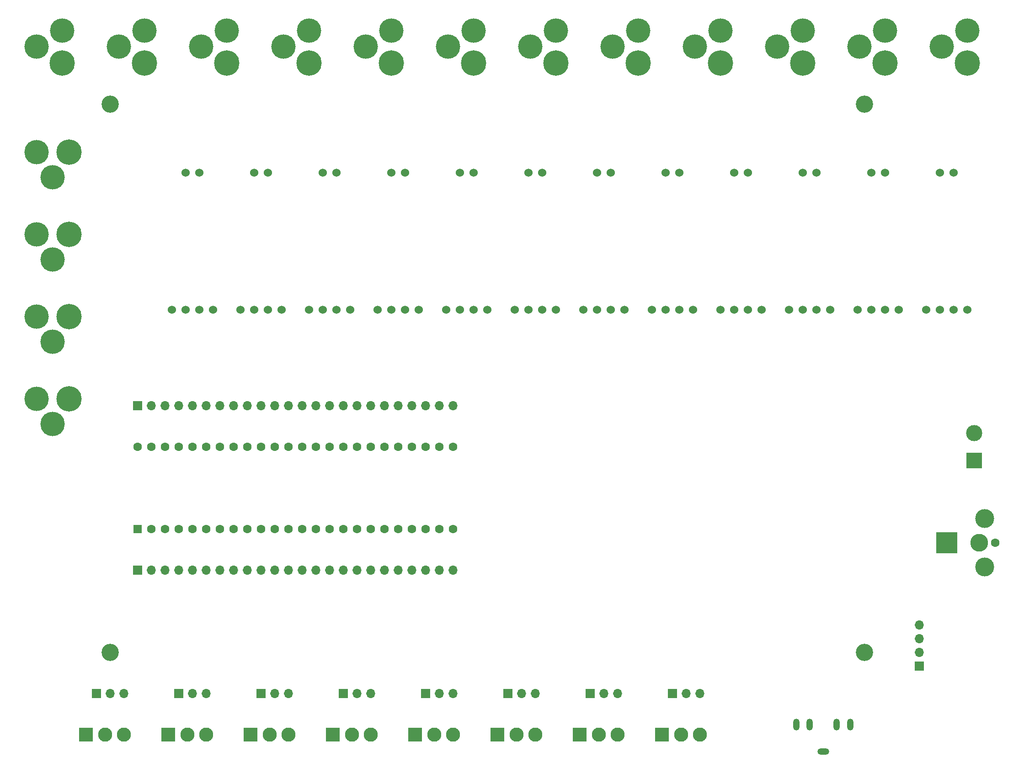
<source format=gbr>
%TF.GenerationSoftware,KiCad,Pcbnew,7.0.7*%
%TF.CreationDate,2023-08-30T11:58:42-04:00*%
%TF.ProjectId,Datta-OpenField-PCB,44617474-612d-44f7-9065-6e4669656c64,rev?*%
%TF.SameCoordinates,Original*%
%TF.FileFunction,Soldermask,Bot*%
%TF.FilePolarity,Negative*%
%FSLAX46Y46*%
G04 Gerber Fmt 4.6, Leading zero omitted, Abs format (unit mm)*
G04 Created by KiCad (PCBNEW 7.0.7) date 2023-08-30 11:58:42*
%MOMM*%
%LPD*%
G01*
G04 APERTURE LIST*
G04 Aperture macros list*
%AMRoundRect*
0 Rectangle with rounded corners*
0 $1 Rounding radius*
0 $2 $3 $4 $5 $6 $7 $8 $9 X,Y pos of 4 corners*
0 Add a 4 corners polygon primitive as box body*
4,1,4,$2,$3,$4,$5,$6,$7,$8,$9,$2,$3,0*
0 Add four circle primitives for the rounded corners*
1,1,$1+$1,$2,$3*
1,1,$1+$1,$4,$5*
1,1,$1+$1,$6,$7*
1,1,$1+$1,$8,$9*
0 Add four rect primitives between the rounded corners*
20,1,$1+$1,$2,$3,$4,$5,0*
20,1,$1+$1,$4,$5,$6,$7,0*
20,1,$1+$1,$6,$7,$8,$9,0*
20,1,$1+$1,$8,$9,$2,$3,0*%
G04 Aperture macros list end*
%ADD10C,1.524000*%
%ADD11R,1.700000X1.700000*%
%ADD12O,1.700000X1.700000*%
%ADD13C,4.703200*%
%ADD14C,4.521200*%
%ADD15RoundRect,0.101600X-1.206500X-1.206500X1.206500X-1.206500X1.206500X1.206500X-1.206500X1.206500X0*%
%ADD16C,2.616200*%
%ADD17C,3.200000*%
%ADD18R,1.600000X1.600000*%
%ADD19C,1.600000*%
%ADD20R,3.000000X3.000000*%
%ADD21C,3.000000*%
%ADD22O,1.200000X2.200000*%
%ADD23O,2.200000X1.200000*%
%ADD24R,4.000000X4.000000*%
%ADD25C,3.300000*%
%ADD26C,3.500000*%
G04 APERTURE END LIST*
D10*
%TO.C,U9*%
X120650000Y-78740000D03*
X118110000Y-78740000D03*
X115570000Y-78740000D03*
X113030000Y-78740000D03*
X115570000Y-53340000D03*
X118110000Y-53340000D03*
%TD*%
D11*
%TO.C,J2*%
X55880000Y-96520000D03*
D12*
X58420000Y-96520000D03*
X60960000Y-96520000D03*
X63500000Y-96520000D03*
X66040000Y-96520000D03*
X68580000Y-96520000D03*
X71120000Y-96520000D03*
X73660000Y-96520000D03*
X76200000Y-96520000D03*
X78740000Y-96520000D03*
X81280000Y-96520000D03*
X83820000Y-96520000D03*
X86360000Y-96520000D03*
X88900000Y-96520000D03*
X91440000Y-96520000D03*
X93980000Y-96520000D03*
X96520000Y-96520000D03*
X99060000Y-96520000D03*
X101600000Y-96520000D03*
X104140000Y-96520000D03*
X106680000Y-96520000D03*
X109220000Y-96520000D03*
X111760000Y-96520000D03*
X114300000Y-96520000D03*
%TD*%
D10*
%TO.C,U8*%
X133350000Y-78740000D03*
X130810000Y-78740000D03*
X128270000Y-78740000D03*
X125730000Y-78740000D03*
X128270000Y-53340000D03*
X130810000Y-53340000D03*
%TD*%
D11*
%TO.C,J17*%
X154940000Y-149860000D03*
D12*
X157480000Y-149860000D03*
X160020000Y-149860000D03*
%TD*%
D13*
%TO.C,J35*%
X72390000Y-33020000D03*
D14*
X72390000Y-27020520D03*
X67691000Y-30020260D03*
%TD*%
D13*
%TO.C,J33*%
X102870000Y-33020000D03*
D14*
X102870000Y-27020520D03*
X98171000Y-30020260D03*
%TD*%
D13*
%TO.C,J30*%
X148590000Y-33020000D03*
D14*
X148590000Y-27020520D03*
X143891000Y-30020260D03*
%TD*%
D15*
%TO.C,J12*%
X107302300Y-157480000D03*
D16*
X110799880Y-157480000D03*
X114300000Y-157480000D03*
%TD*%
D11*
%TO.C,J13*%
X124460000Y-149860000D03*
D12*
X127000000Y-149860000D03*
X129540000Y-149860000D03*
%TD*%
D10*
%TO.C,U2*%
X209550000Y-78740000D03*
X207010000Y-78740000D03*
X204470000Y-78740000D03*
X201930000Y-78740000D03*
X204470000Y-53340000D03*
X207010000Y-53340000D03*
%TD*%
%TO.C,U11*%
X95250000Y-78740000D03*
X92710000Y-78740000D03*
X90170000Y-78740000D03*
X87630000Y-78740000D03*
X90170000Y-53340000D03*
X92710000Y-53340000D03*
%TD*%
D11*
%TO.C,J11*%
X109220000Y-149860000D03*
D12*
X111760000Y-149860000D03*
X114300000Y-149860000D03*
%TD*%
D13*
%TO.C,J31*%
X133350000Y-33020000D03*
D14*
X133350000Y-27020520D03*
X128651000Y-30020260D03*
%TD*%
D10*
%TO.C,U6*%
X158750000Y-78740000D03*
X156210000Y-78740000D03*
X153670000Y-78740000D03*
X151130000Y-78740000D03*
X153670000Y-53340000D03*
X156210000Y-53340000D03*
%TD*%
D17*
%TO.C,H3*%
X190500000Y-142240000D03*
%TD*%
D13*
%TO.C,J22*%
X43180000Y-80010000D03*
D14*
X37180520Y-80010000D03*
X40180260Y-84709000D03*
%TD*%
D11*
%TO.C,J9*%
X93980000Y-149860000D03*
D12*
X96520000Y-149860000D03*
X99060000Y-149860000D03*
%TD*%
D13*
%TO.C,J23*%
X43180000Y-95250000D03*
D14*
X37180520Y-95250000D03*
X40180260Y-99949000D03*
%TD*%
D18*
%TO.C,U1*%
X55880000Y-119380000D03*
D19*
X58420000Y-119380000D03*
X60960000Y-119380000D03*
X63500000Y-119380000D03*
X66040000Y-119380000D03*
X68580000Y-119380000D03*
X71120000Y-119380000D03*
X73660000Y-119380000D03*
X76200000Y-119380000D03*
X78740000Y-119380000D03*
X81280000Y-119380000D03*
X83820000Y-119380000D03*
X86360000Y-119380000D03*
X88900000Y-119380000D03*
X91440000Y-119380000D03*
X93980000Y-119380000D03*
X96520000Y-119380000D03*
X99060000Y-119380000D03*
X101600000Y-119380000D03*
X104140000Y-119380000D03*
X106680000Y-119380000D03*
X109220000Y-119380000D03*
X111760000Y-119380000D03*
X114300000Y-119380000D03*
X114300000Y-104140000D03*
X111760000Y-104140000D03*
X109220000Y-104140000D03*
X106680000Y-104140000D03*
X104140000Y-104140000D03*
X101600000Y-104140000D03*
X99060000Y-104140000D03*
X96520000Y-104140000D03*
X93980000Y-104140000D03*
X91440000Y-104140000D03*
X88900000Y-104140000D03*
X86360000Y-104140000D03*
X83820000Y-104140000D03*
X81280000Y-104140000D03*
X78740000Y-104140000D03*
X76200000Y-104140000D03*
X73660000Y-104140000D03*
X71120000Y-104140000D03*
X68580000Y-104140000D03*
X66040000Y-104140000D03*
X63500000Y-104140000D03*
X60960000Y-104140000D03*
X58420000Y-104140000D03*
X55880000Y-104140000D03*
%TD*%
D13*
%TO.C,J26*%
X209550000Y-33020000D03*
D14*
X209550000Y-27020520D03*
X204851000Y-30020260D03*
%TD*%
D15*
%TO.C,J10*%
X92062300Y-157480000D03*
D16*
X95559880Y-157480000D03*
X99060000Y-157480000D03*
%TD*%
D15*
%TO.C,J8*%
X76822300Y-157480000D03*
D16*
X80319880Y-157480000D03*
X83820000Y-157480000D03*
%TD*%
D10*
%TO.C,U12*%
X82550000Y-78740000D03*
X80010000Y-78740000D03*
X77470000Y-78740000D03*
X74930000Y-78740000D03*
X77470000Y-53340000D03*
X80010000Y-53340000D03*
%TD*%
D11*
%TO.C,J5*%
X63500000Y-149860000D03*
D12*
X66040000Y-149860000D03*
X68580000Y-149860000D03*
%TD*%
D13*
%TO.C,J20*%
X43180000Y-49530000D03*
D14*
X37180520Y-49530000D03*
X40180260Y-54229000D03*
%TD*%
D20*
%TO.C,J25*%
X210820000Y-106680000D03*
D21*
X210820000Y-101600000D03*
%TD*%
D13*
%TO.C,J36*%
X57150000Y-33020000D03*
D14*
X57150000Y-27020520D03*
X52451000Y-30020260D03*
%TD*%
D13*
%TO.C,J29*%
X163830000Y-33020000D03*
D14*
X163830000Y-27020520D03*
X159131000Y-30020260D03*
%TD*%
D15*
%TO.C,J6*%
X61582300Y-157480000D03*
D16*
X65079880Y-157480000D03*
X68580000Y-157480000D03*
%TD*%
D17*
%TO.C,H1*%
X50800000Y-142240000D03*
%TD*%
D15*
%TO.C,J14*%
X122542300Y-157480000D03*
D16*
X126039880Y-157480000D03*
X129540000Y-157480000D03*
%TD*%
D15*
%TO.C,J18*%
X153022300Y-157480000D03*
D16*
X156519880Y-157480000D03*
X160020000Y-157480000D03*
%TD*%
D13*
%TO.C,J27*%
X194310000Y-33020000D03*
D14*
X194310000Y-27020520D03*
X189611000Y-30020260D03*
%TD*%
D17*
%TO.C,H2*%
X50800000Y-40640000D03*
%TD*%
D15*
%TO.C,J16*%
X137782300Y-157480000D03*
D16*
X141279880Y-157480000D03*
X144780000Y-157480000D03*
%TD*%
D15*
%TO.C,J4*%
X46342300Y-157480000D03*
D16*
X49839880Y-157480000D03*
X53340000Y-157480000D03*
%TD*%
D13*
%TO.C,J21*%
X43180000Y-64770000D03*
D14*
X37180520Y-64770000D03*
X40180260Y-69469000D03*
%TD*%
D10*
%TO.C,U7*%
X146050000Y-78740000D03*
X143510000Y-78740000D03*
X140970000Y-78740000D03*
X138430000Y-78740000D03*
X140970000Y-53340000D03*
X143510000Y-53340000D03*
%TD*%
D13*
%TO.C,J34*%
X87630000Y-33020000D03*
D14*
X87630000Y-27020520D03*
X82931000Y-30020260D03*
%TD*%
D11*
%TO.C,J38*%
X200660000Y-144780000D03*
D12*
X200660000Y-142240000D03*
X200660000Y-139700000D03*
X200660000Y-137160000D03*
%TD*%
D11*
%TO.C,J15*%
X139700000Y-149860000D03*
D12*
X142240000Y-149860000D03*
X144780000Y-149860000D03*
%TD*%
D22*
%TO.C,J19*%
X177866809Y-155599120D03*
X180366809Y-155599120D03*
D23*
X182866809Y-160599120D03*
D22*
X187866809Y-155599120D03*
X185366809Y-155599120D03*
%TD*%
D10*
%TO.C,U3*%
X196850000Y-78740000D03*
X194310000Y-78740000D03*
X191770000Y-78740000D03*
X189230000Y-78740000D03*
X191770000Y-53340000D03*
X194310000Y-53340000D03*
%TD*%
D11*
%TO.C,J7*%
X78740000Y-149860000D03*
D12*
X81280000Y-149860000D03*
X83820000Y-149860000D03*
%TD*%
D10*
%TO.C,U10*%
X107950000Y-78740000D03*
X105410000Y-78740000D03*
X102870000Y-78740000D03*
X100330000Y-78740000D03*
X102870000Y-53340000D03*
X105410000Y-53340000D03*
%TD*%
D11*
%TO.C,J1*%
X55880000Y-127000000D03*
D12*
X58420000Y-127000000D03*
X60960000Y-127000000D03*
X63500000Y-127000000D03*
X66040000Y-127000000D03*
X68580000Y-127000000D03*
X71120000Y-127000000D03*
X73660000Y-127000000D03*
X76200000Y-127000000D03*
X78740000Y-127000000D03*
X81280000Y-127000000D03*
X83820000Y-127000000D03*
X86360000Y-127000000D03*
X88900000Y-127000000D03*
X91440000Y-127000000D03*
X93980000Y-127000000D03*
X96520000Y-127000000D03*
X99060000Y-127000000D03*
X101600000Y-127000000D03*
X104140000Y-127000000D03*
X106680000Y-127000000D03*
X109220000Y-127000000D03*
X111760000Y-127000000D03*
X114300000Y-127000000D03*
%TD*%
D13*
%TO.C,J37*%
X41910000Y-33020000D03*
D14*
X41910000Y-27020520D03*
X37211000Y-30020260D03*
%TD*%
D10*
%TO.C,U13*%
X69850000Y-78740000D03*
X67310000Y-78740000D03*
X64770000Y-78740000D03*
X62230000Y-78740000D03*
X64770000Y-53340000D03*
X67310000Y-53340000D03*
%TD*%
D17*
%TO.C,H4*%
X190500000Y-40640000D03*
%TD*%
D10*
%TO.C,U5*%
X171450000Y-78740000D03*
X168910000Y-78740000D03*
X166370000Y-78740000D03*
X163830000Y-78740000D03*
X166370000Y-53340000D03*
X168910000Y-53340000D03*
%TD*%
D11*
%TO.C,J3*%
X48260000Y-149860000D03*
D12*
X50800000Y-149860000D03*
X53340000Y-149860000D03*
%TD*%
D13*
%TO.C,J28*%
X179070000Y-33020000D03*
D14*
X179070000Y-27020520D03*
X174371000Y-30020260D03*
%TD*%
D13*
%TO.C,J32*%
X118110000Y-33020000D03*
D14*
X118110000Y-27020520D03*
X113411000Y-30020260D03*
%TD*%
D19*
%TO.C,J24*%
X214740000Y-121920000D03*
D24*
X205740000Y-121920000D03*
D25*
X211740000Y-121920000D03*
D26*
X212740000Y-126420000D03*
X212740000Y-117420000D03*
%TD*%
D10*
%TO.C,U4*%
X184150000Y-78740000D03*
X181610000Y-78740000D03*
X179070000Y-78740000D03*
X176530000Y-78740000D03*
X179070000Y-53340000D03*
X181610000Y-53340000D03*
%TD*%
M02*

</source>
